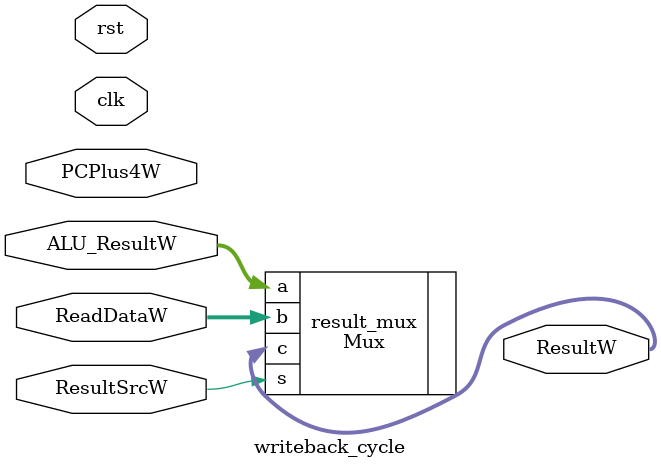
<source format=v>
module writeback_cycle(clk, rst, ResultSrcW, PCPlus4W, ALU_ResultW, ReadDataW, ResultW);

input clk, rst, ResultSrcW;
input [31:0] PCPlus4W, ALU_ResultW, ReadDataW;

output [31:0] ResultW;

Mux result_mux (    
                .a(ALU_ResultW),
                .b(ReadDataW),
                .s(ResultSrcW),
                .c(ResultW)
                );
endmodule
</source>
